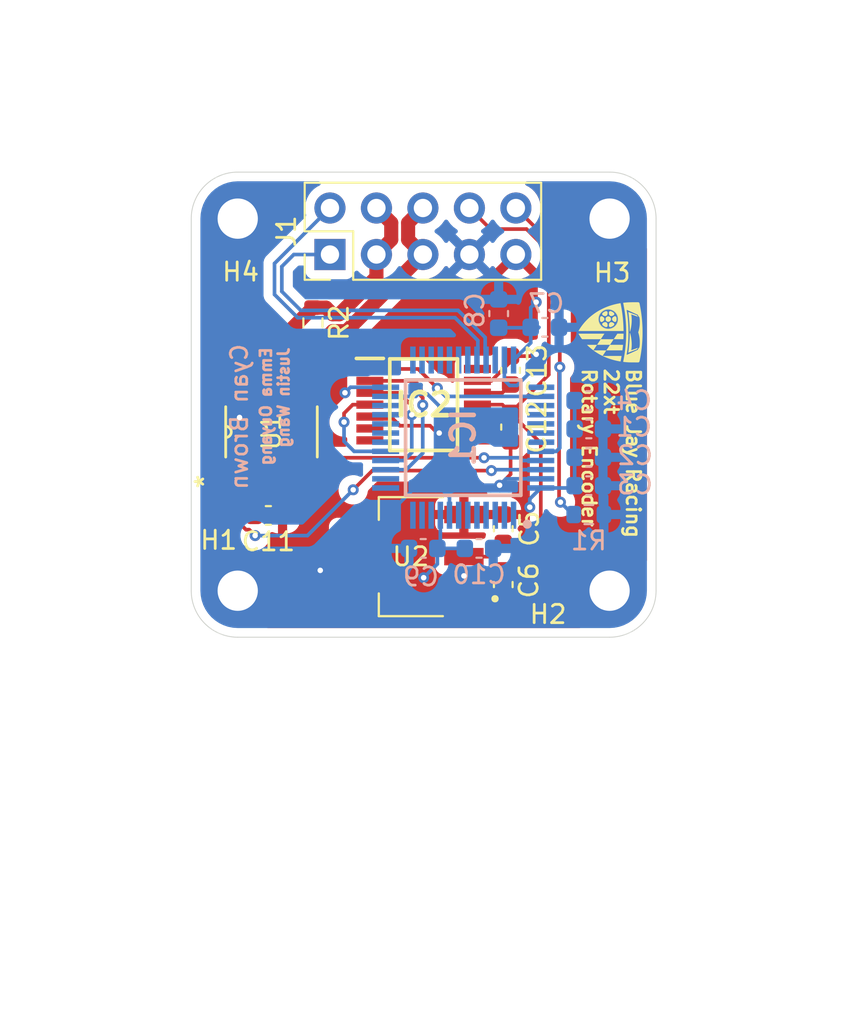
<source format=kicad_pcb>
(kicad_pcb (version 20241229) (generator "pcbnew") (generator_version "9.0")
  (layers (0 "F.Cu" signal) (2 "B.Cu" signal) (13 "F.Paste" user) (15 "B.Paste" user) (5 "F.SilkS" user "F.Silkscreen") (7 "B.SilkS" user "B.Silkscreen") (1 "F.Mask" user) (3 "B.Mask" user) (25 "Edge.Cuts" user))
  (net 0 "")
  (net 1 "GND")
  (net 2 "3v3")
  (net 3 "5v")
  (net 4 "Net-(IC2-VDD3V)")
  (net 7 "can_rx")
  (net 9 "!CS")
  (net 11 "SCLK")
  (net 19 "BOOT0")
  (net 30 "MISO")
  (net 37 "MOSI")
  (net 40 "can_tx")
  (net 49 "CAN-")
  (net 50 "CAN+")
  (net 52 "USB_D-")
  (net 53 "USB_D+")
  (footprint "Resistor_SMD:R_0603_1608Metric" (layer "F.Cu") (at 202.35 47.875 -90)
    (property "Reference" "R2" (at 0 -1.43 90) (layer "F.SilkS"))
    (property "Value" "60" (hide yes))
    (pad "1" smd roundrect (at -0.825 0 270) (size 0.8 0.95) (layers "F.Cu" "F.Mask" "F.Paste") (net 50 "CAN+"))
    (pad "2" smd roundrect (at 0.825 0 270) (size 0.8 0.95) (layers "F.Cu" "F.Mask" "F.Paste") (net 49 "CAN-"))
  )
  (footprint "can_encoder:AS5047P-ATSM" (layer "F.Cu") (at 208.4 52.35)
    (property "Reference" "IC2" (at 0 0 0) (layer "F.SilkS") (effects (font (size 1.27 1.27) (thickness 0.254))))
    (property "Value" "AS5047P-ATSM" (hide yes))
    (pad "1" smd rect (at -2.938 -1.95 90) (size 0.45 1.475) (layers "F.Cu" "F.Mask" "F.Paste") (net 9 "!CS"))
    (pad "2" smd rect (at -2.938 -1.3 90) (size 0.45 1.475) (layers "F.Cu" "F.Mask" "F.Paste") (net 11 "SCLK"))
    (pad "3" smd rect (at -2.938 -0.65 90) (size 0.45 1.475) (layers "F.Cu" "F.Mask" "F.Paste") (net 30 "MISO"))
    (pad "4" smd rect (at -2.938 0 90) (size 0.45 1.475) (layers "F.Cu" "F.Mask" "F.Paste") (net 37 "MOSI"))
    (pad "5" smd rect (at -2.938 0.65 90) (size 0.45 1.475) (layers "F.Cu" "F.Mask" "F.Paste") (net 1 "GND"))
    (pad "6" smd rect (at -2.938 1.3 90) (size 0.45 1.475) (layers "F.Cu" "F.Mask" "F.Paste"))
    (pad "7" smd rect (at -2.938 1.95 90) (size 0.45 1.475) (layers "F.Cu" "F.Mask" "F.Paste"))
    (pad "8" smd rect (at 2.938 1.95 90) (size 0.45 1.475) (layers "F.Cu" "F.Mask" "F.Paste"))
    (pad "9" smd rect (at 2.938 1.3 90) (size 0.45 1.475) (layers "F.Cu" "F.Mask" "F.Paste"))
    (pad "10" smd rect (at 2.938 0.65 90) (size 0.45 1.475) (layers "F.Cu" "F.Mask" "F.Paste"))
    (pad "11" smd rect (at 2.938 0 90) (size 0.45 1.475) (layers "F.Cu" "F.Mask" "F.Paste") (net 3 "5v"))
    (pad "12" smd rect (at 2.938 -0.65 90) (size 0.45 1.475) (layers "F.Cu" "F.Mask" "F.Paste") (net 4 "Net-(IC2-VDD3V)"))
    (pad "13" smd rect (at 2.938 -1.3 90) (size 0.45 1.475) (layers "F.Cu" "F.Mask" "F.Paste") (net 1 "GND"))
    (pad "14" smd rect (at 2.938 -1.95 90) (size 0.45 1.475) (layers "F.Cu" "F.Mask" "F.Paste"))
  )
  (footprint "Capacitor_SMD:C_0603_1608Metric" (layer "F.Cu") (at 212.75 62.175 90)
    (property "Reference" "C6" (at 0.225 1.4 90) (layer "F.SilkS"))
    (property "Value" "0.47uF" (hide yes))
    (pad "1" smd roundrect (at -0.775 0 90) (size 0.9 0.95) (layers "F.Cu" "F.Mask" "F.Paste") (net 3 "5v"))
    (pad "2" smd roundrect (at 0.775 0 90) (size 0.9 0.95) (layers "F.Cu" "F.Mask" "F.Paste") (net 1 "GND"))
  )
  (footprint "can_encoder:BJR_LOGO" (layer "F.Cu") (at 218.6 48.4 -90)
    (property "Reference" "G***" (hide yes))
    (property "Value" "BJR_LOGO" (hide yes))
  )
  (footprint "MountingHole:MountingHole_2.2mm_M2_DIN965_Pad" (layer "F.Cu") (at 218.56 42.19)
    (property "Reference" "H3" (at 0.14 2.96 0) (layer "F.SilkS"))
    (property "Value" "MountingHole_Pad")
    (pad "1" thru_hole circle (at 0 0) (size 3.8 3.8) (drill 2.2) (layers "*.Cu" "*.Mask") (net 1 "GND"))
  )
  (footprint "Connector_PinHeader_2.54mm:PinHeader_2x05_P2.54mm_Vertical" (layer "F.Cu") (at 203.28 44.15 90)
    (property "Reference" "J1" (at 1.27 -2.38 90) (layer "F.SilkS"))
    (property "Value" "Conn_02x05_Odd_Even")
    (pad "1" thru_hole rect (at 0 0 90) (size 1.7 1.7) (drill 1) (layers "*.Cu" "*.Mask") (net 53 "USB_D+"))
    (pad "2" thru_hole circle (at 2.54 0 90) (size 1.7 1.7) (drill 1) (layers "*.Cu" "*.Mask") (net 52 "USB_D-"))
    (pad "3" thru_hole circle (at 0 2.54 90) (size 1.7 1.7) (drill 1) (layers "*.Cu" "*.Mask") (net 50 "CAN+"))
    (pad "4" thru_hole circle (at 2.54 2.54 90) (size 1.7 1.7) (drill 1) (layers "*.Cu" "*.Mask") (net 50 "CAN+"))
    (pad "5" thru_hole circle (at 0 5.08 90) (size 1.7 1.7) (drill 1) (layers "*.Cu" "*.Mask") (net 49 "CAN-"))
    (pad "6" thru_hole circle (at 2.54 5.08 90) (size 1.7 1.7) (drill 1) (layers "*.Cu" "*.Mask") (net 49 "CAN-"))
    (pad "7" thru_hole circle (at 0 7.62 90) (size 1.7 1.7) (drill 1) (layers "*.Cu" "*.Mask") (net 1 "GND"))
    (pad "8" thru_hole circle (at 2.54 7.62 90) (size 1.7 1.7) (drill 1) (layers "*.Cu" "*.Mask") (net 3 "5v"))
    (pad "9" thru_hole circle (at 0 10.16 90) (size 1.7 1.7) (drill 1) (layers "*.Cu" "*.Mask") (net 2 "3v3"))
    (pad "10" thru_hole circle (at 2.54 10.16 90) (size 1.7 1.7) (drill 1) (layers "*.Cu" "*.Mask") (net 19 "BOOT0"))
  )
  (footprint "can_encoder:LM3940IMPX" (layer "F.Cu") (at 207.7 60.65 180)
    (property "Reference" "U2" (at 0 0 0) (layer "F.SilkS"))
    (property "Value" "LM3940IMPX-3.3_NOPB")
    (pad "1" smd rect (at -2.9 -2.3 180) (size 2.15 0.95) (layers "F.Cu" "F.Mask" "F.Paste") (net 3 "5v"))
    (pad "2" smd rect (at -2.9 0 180) (size 2.15 0.95) (layers "F.Cu" "F.Mask" "F.Paste") (net 1 "GND"))
    (pad "3" smd rect (at -2.9 2.3 180) (size 2.15 0.95) (layers "F.Cu" "F.Mask" "F.Paste") (net 2 "3v3"))
    (pad "4" smd rect (at 2.9 0 180) (size 2.15 3.25) (layers "F.Cu" "F.Mask" "F.Paste") (net 1 "GND"))
  )
  (footprint "can_encoder:SN65HVD230DR" (layer "F.Cu") (at 200.085 53.8362 90)
    (property "Reference" "U1" (at 0 0 90) (layer "F.SilkS"))
    (property "Value" "SN65HVD230DR")
    (fp_text user "*" (at -2.7138 -3.635 90) (layer "F.SilkS"))
    (pad "1" smd rect (at -2.4638 -1.905 90) (size 1.9812 0.5588) (layers "F.Cu" "F.Mask" "F.Paste") (net 40 "can_tx"))
    (pad "2" smd rect (at -2.4638 -0.635 90) (size 1.9812 0.5588) (layers "F.Cu" "F.Mask" "F.Paste") (net 1 "GND"))
    (pad "3" smd rect (at -2.4638 0.635 90) (size 1.9812 0.5588) (layers "F.Cu" "F.Mask" "F.Paste") (net 2 "3v3"))
    (pad "4" smd rect (at -2.4638 1.905 90) (size 1.9812 0.5588) (layers "F.Cu" "F.Mask" "F.Paste") (net 7 "can_rx"))
    (pad "5" smd rect (at 2.4638 1.905 90) (size 1.9812 0.5588) (layers "F.Cu" "F.Mask" "F.Paste"))
    (pad "6" smd rect (at 2.4638 0.635 90) (size 1.9812 0.5588) (layers "F.Cu" "F.Mask" "F.Paste") (net 49 "CAN-"))
    (pad "7" smd rect (at 2.4638 -0.635 90) (size 1.9812 0.5588) (layers "F.Cu" "F.Mask" "F.Paste") (net 50 "CAN+"))
    (pad "8" smd rect (at 2.4638 -1.905 90) (size 1.9812 0.5588) (layers "F.Cu" "F.Mask" "F.Paste") (net 1 "GND"))
  )
  (footprint "MountingHole:MountingHole_2.2mm_M2_DIN965_Pad" (layer "F.Cu") (at 198.24 42.19)
    (property "Reference" "H4" (at 0.16 2.91 0) (layer "F.SilkS"))
    (property "Value" "MountingHole_Pad")
    (pad "1" thru_hole circle (at 0 0) (size 3.8 3.8) (drill 2.2) (layers "*.Cu" "*.Mask") (net 1 "GND"))
  )
  (footprint "Capacitor_SMD:C_0603_1608Metric" (layer "F.Cu") (at 212.75 59.125 -90)
    (property "Reference" "C5" (at 0 -1.43 90) (layer "F.SilkS"))
    (property "Value" "33uF" (hide yes))
    (pad "1" smd roundrect (at -0.775 0 270) (size 0.9 0.95) (layers "F.Cu" "F.Mask" "F.Paste") (net 2 "3v3"))
    (pad "2" smd roundrect (at 0.775 0 270) (size 0.9 0.95) (layers "F.Cu" "F.Mask" "F.Paste") (net 1 "GND"))
  )
  (footprint "Capacitor_SMD:C_0603_1608Metric" (layer "F.Cu") (at 213.15 53.575 -90)
    (property "Reference" "C12" (at 0 -1.43 90) (layer "F.SilkS"))
    (property "Value" "100nF" (hide yes))
    (pad "1" smd roundrect (at -0.775 0 270) (size 0.9 0.95) (layers "F.Cu" "F.Mask" "F.Paste") (net 3 "5v"))
    (pad "2" smd roundrect (at 0.775 0 270) (size 0.9 0.95) (layers "F.Cu" "F.Mask" "F.Paste") (net 1 "GND"))
  )
  (footprint "Capacitor_SMD:C_0603_1608Metric" (layer "F.Cu") (at 213.15 50.475 90)
    (property "Reference" "C13" (at -0.025 1.45 90) (layer "F.SilkS"))
    (property "Value" "1uF" (hide yes))
    (pad "1" smd roundrect (at -0.775 0 90) (size 0.9 0.95) (layers "F.Cu" "F.Mask" "F.Paste") (net 4 "Net-(IC2-VDD3V)"))
    (pad "2" smd roundrect (at 0.775 0 90) (size 0.9 0.95) (layers "F.Cu" "F.Mask" "F.Paste") (net 1 "GND"))
  )
  (footprint "MountingHole:MountingHole_2.2mm_M2_DIN965_Pad" (layer "F.Cu") (at 218.56 62.51)
    (property "Reference" "H2" (at -3.36 1.29 0) (layer "F.SilkS"))
    (property "Value" "MountingHole_Pad")
    (pad "1" thru_hole circle (at 0 0) (size 3.8 3.8) (drill 2.2) (layers "*.Cu" "*.Mask") (net 1 "GND"))
  )
  (footprint "MountingHole:MountingHole_2.2mm_M2_DIN965_Pad" (layer "F.Cu") (at 198.24 62.51)
    (property "Reference" "H1" (at -1.04 -2.76 0) (layer "F.SilkS"))
    (property "Value" "MountingHole_Pad")
    (pad "1" thru_hole circle (at 0 0) (size 3.8 3.8) (drill 2.2) (layers "*.Cu" "*.Mask") (net 1 "GND"))
  )
  (footprint "Capacitor_SMD:C_0603_1608Metric" (layer "F.Cu") (at 199.915 58.4 180)
    (property "Reference" "C11" (at 0 -1.43 0) (layer "F.SilkS"))
    (property "Value" "100nF" (hide yes))
    (pad "1" smd roundrect (at -0.775 0 180) (size 0.9 0.95) (layers "F.Cu" "F.Mask" "F.Paste") (net 2 "3v3"))
    (pad "2" smd roundrect (at 0.775 0 180) (size 0.9 0.95) (layers "F.Cu" "F.Mask" "F.Paste") (net 1 "GND"))
  )
  (footprint "Capacitor_SMD:C_0603_1608Metric" (layer "B.Cu") (at 212.5 47.375 90)
    (property "Reference" "C8" (at 0.175 -1.3 90) (layer "B.SilkS") (effects (justify mirror)))
    (property "Value" "4.7uF" (hide yes))
    (pad "1" smd roundrect (at -0.775 0 90) (size 0.9 0.95) (layers "B.Cu" "B.Mask" "B.Paste") (net 2 "3v3"))
    (pad "2" smd roundrect (at 0.775 0 90) (size 0.9 0.95) (layers "B.Cu" "B.Mask" "B.Paste") (net 1 "GND"))
  )
  (footprint "Resistor_SMD:R_0603_1608Metric" (layer "B.Cu") (at 217.425 58.35)
    (property "Reference" "R1" (at 0 1.43 180) (layer "B.SilkS") (effects (justify mirror)))
    (property "Value" "10k" (hide yes))
    (pad "1" smd roundrect (at -0.825 0) (size 0.8 0.95) (layers "B.Cu" "B.Mask" "B.Paste") (net 19 "BOOT0"))
    (pad "2" smd roundrect (at 0.825 0) (size 0.8 0.95) (layers "B.Cu" "B.Mask" "B.Paste") (net 1 "GND"))
  )
  (footprint "Capacitor_SMD:C_0603_1608Metric" (layer "B.Cu") (at 217.425 52.125)
    (property "Reference" "C4" (at 2.475 0 180) (layer "B.SilkS") (effects (justify mirror)))
    (property "Value" "4.7uF")
    (pad "1" smd roundrect (at -0.775 0) (size 0.9 0.95) (layers "B.Cu" "B.Mask" "B.Paste") (net 2 "3v3"))
    (pad "2" smd roundrect (at 0.775 0) (size 0.9 0.95) (layers "B.Cu" "B.Mask" "B.Paste") (net 1 "GND"))
  )
  (footprint "Capacitor_SMD:C_0603_1608Metric" (layer "B.Cu") (at 211.425 60.2)
    (property "Reference" "C10" (at 0 1.43 180) (layer "B.SilkS") (effects (justify mirror)))
    (property "Value" "1uF" (hide yes))
    (pad "1" smd roundrect (at -0.775 0) (size 0.9 0.95) (layers "B.Cu" "B.Mask" "B.Paste") (net 2 "3v3"))
    (pad "2" smd roundrect (at 0.775 0) (size 0.9 0.95) (layers "B.Cu" "B.Mask" "B.Paste") (net 1 "GND"))
  )
  (footprint "Capacitor_SMD:C_0603_1608Metric" (layer "B.Cu") (at 217.425 53.675)
    (property "Reference" "C1" (at 2.475 -0.1 180) (layer "B.SilkS") (effects (justify mirror)))
    (property "Value" "100nF" (hide yes))
    (pad "1" smd roundrect (at -0.775 0) (size 0.9 0.95) (layers "B.Cu" "B.Mask" "B.Paste") (net 2 "3v3"))
    (pad "2" smd roundrect (at 0.775 0) (size 0.9 0.95) (layers "B.Cu" "B.Mask" "B.Paste") (net 1 "GND"))
  )
  (footprint "can_encoder:STM32F072CBT6" (layer "B.Cu") (at 210.562 54.15 90)
    (property "Reference" "IC1" (at 0 0 90) (layer "B.SilkS") (effects (font (size 1.27 1.27) (thickness 0.254)) (justify mirror)))
    (property "Value" "STM32F072CBT6" (hide yes))
    (pad "1" smd rect (at -4.238 2.75) (size 0.3 1.475) (layers "B.Cu" "B.Mask" "B.Paste"))
    (pad "2" smd rect (at -4.238 2.25) (size 0.3 1.475) (layers "B.Cu" "B.Mask" "B.Paste"))
    (pad "3" smd rect (at -4.238 1.75) (size 0.3 1.475) (layers "B.Cu" "B.Mask" "B.Paste"))
    (pad "4" smd rect (at -4.238 1.25) (size 0.3 1.475) (layers "B.Cu" "B.Mask" "B.Paste"))
    (pad "5" smd rect (at -4.238 0.75) (size 0.3 1.475) (layers "B.Cu" "B.Mask" "B.Paste"))
    (pad "6" smd rect (at -4.238 0.25) (size 0.3 1.475) (layers "B.Cu" "B.Mask" "B.Paste"))
    (pad "7" smd rect (at -4.238 -0.25) (size 0.3 1.475) (layers "B.Cu" "B.Mask" "B.Paste"))
    (pad "8" smd rect (at -4.238 -0.75) (size 0.3 1.475) (layers "B.Cu" "B.Mask" "B.Paste") (net 1 "GND"))
    (pad "9" smd rect (at -4.238 -1.25) (size 0.3 1.475) (layers "B.Cu" "B.Mask" "B.Paste") (net 2 "3v3"))
    (pad "10" smd rect (at -4.238 -1.75) (size 0.3 1.475) (layers "B.Cu" "B.Mask" "B.Paste"))
    (pad "11" smd rect (at -4.238 -2.25) (size 0.3 1.475) (layers "B.Cu" "B.Mask" "B.Paste"))
    (pad "12" smd rect (at -4.238 -2.75) (size 0.3 1.475) (layers "B.Cu" "B.Mask" "B.Paste"))
    (pad "13" smd rect (at -2.75 -4.238 90) (size 0.3 1.475) (layers "B.Cu" "B.Mask" "B.Paste"))
    (pad "14" smd rect (at -2.25 -4.238 90) (size 0.3 1.475) (layers "B.Cu" "B.Mask" "B.Paste"))
    (pad "15" smd rect (at -1.75 -4.238 90) (size 0.3 1.475) (layers "B.Cu" "B.Mask" "B.Paste") (net 11 "SCLK"))
    (pad "16" smd rect (at -1.25 -4.238 90) (size 0.3 1.475) (layers "B.Cu" "B.Mask" "B.Paste") (net 30 "MISO"))
    (pad "17" smd rect (at -0.75 -4.238 90) (size 0.3 1.475) (layers "B.Cu" "B.Mask" "B.Paste") (net 37 "MOSI"))
    (pad "18" smd rect (at -0.25 -4.238 90) (size 0.3 1.475) (layers "B.Cu" "B.Mask" "B.Paste"))
    (pad "19" smd rect (at 0.25 -4.238 90) (size 0.3 1.475) (layers "B.Cu" "B.Mask" "B.Paste"))
    (pad "20" smd rect (at 0.75 -4.238 90) (size 0.3 1.475) (layers "B.Cu" "B.Mask" "B.Paste"))
    (pad "21" smd rect (at 1.25 -4.238 90) (size 0.3 1.475) (layers "B.Cu" "B.Mask" "B.Paste"))
    (pad "22" smd rect (at 1.75 -4.238 90) (size 0.3 1.475) (layers "B.Cu" "B.Mask" "B.Paste"))
    (pad "23" smd rect (at 2.25 -4.238 90) (size 0.3 1.475) (layers "B.Cu" "B.Mask" "B.Paste") (net 1 "GND"))
    (pad "24" smd rect (at 2.75 -4.238 90) (size 0.3 1.475) (layers "B.Cu" "B.Mask" "B.Paste") (net 2 "3v3"))
    (pad "25" smd rect (at 4.238 -2.75) (size 0.3 1.475) (layers "B.Cu" "B.Mask" "B.Paste"))
    (pad "26" smd rect (at 4.238 -2.25) (size 0.3 1.475) (layers "B.Cu" "B.Mask" "B.Paste"))
    (pad "27" smd rect (at 4.238 -1.75) (size 0.3 1.475) (layers "B.Cu" "B.Mask" "B.Paste"))
    (pad "28" smd rect (at 4.238 -1.25) (size 0.3 1.475) (layers "B.Cu" "B.Mask" "B.Paste"))
    (pad "29" smd rect (at 4.238 -0.75) (size 0.3 1.475) (layers "B.Cu" "B.Mask" "B.Paste"))
    (pad "30" smd rect (at 4.238 -0.25) (size 0.3 1.475) (layers "B.Cu" "B.Mask" "B.Paste"))
    (pad "31" smd rect (at 4.238 0.25) (size 0.3 1.475) (layers "B.Cu" "B.Mask" "B.Paste"))
    (pad "32" smd rect (at 4.238 0.75) (size 0.3 1.475) (layers "B.Cu" "B.Mask" "B.Paste") (net 52 "USB_D-"))
    (pad "33" smd rect (at 4.238 1.25) (size 0.3 1.475) (layers "B.Cu" "B.Mask" "B.Paste") (net 53 "USB_D+"))
    (pad "34" smd rect (at 4.238 1.75) (size 0.3 1.475) (layers "B.Cu" "B.Mask" "B.Paste"))
    (pad "35" smd rect (at 4.238 2.25) (size 0.3 1.475) (layers "B.Cu" "B.Mask" "B.Paste") (net 1 "GND"))
    (pad "36" smd rect (at 4.238 2.75) (size 0.3 1.475) (layers "B.Cu" "B.Mask" "B.Paste") (net 2 "3v3"))
    (pad "37" smd rect (at 2.75 4.238 90) (size 0.3 1.475) (layers "B.Cu" "B.Mask" "B.Paste"))
    (pad "38" smd rect (at 2.25 4.238 90) (size 0.3 1.475) (layers "B.Cu" "B.Mask" "B.Paste") (net 9 "!CS"))
    (pad "39" smd rect (at 1.75 4.238 90) (size 0.3 1.475) (layers "B.Cu" "B.Mask" "B.Paste"))
    (pad "40" smd rect (at 1.25 4.238 90) (size 0.3 1.475) (layers "B.Cu" "B.Mask" "B.Paste"))
    (pad "41" smd rect (at 0.75 4.238 90) (size 0.3 1.475) (layers "B.Cu" "B.Mask" "B.Paste"))
    (pad "42" smd rect (at 0.25 4.238 90) (size 0.3 1.475) (layers "B.Cu" "B.Mask" "B.Paste"))
    (pad "43" smd rect (at -0.25 4.238 90) (size 0.3 1.475) (layers "B.Cu" "B.Mask" "B.Paste"))
    (pad "44" smd rect (at -0.75 4.238 90) (size 0.3 1.475) (layers "B.Cu" "B.Mask" "B.Paste") (net 19 "BOOT0"))
    (pad "45" smd rect (at -1.25 4.238 90) (size 0.3 1.475) (layers "B.Cu" "B.Mask" "B.Paste") (net 7 "can_rx"))
    (pad "46" smd rect (at -1.75 4.238 90) (size 0.3 1.475) (layers "B.Cu" "B.Mask" "B.Paste") (net 40 "can_tx"))
    (pad "47" smd rect (at -2.25 4.238 90) (size 0.3 1.475) (layers "B.Cu" "B.Mask" "B.Paste") (net 1 "GND"))
    (pad "48" smd rect (at -2.75 4.238 90) (size 0.3 1.475) (layers "B.Cu" "B.Mask" "B.Paste") (net 2 "3v3"))
  )
  (footprint "Capacitor_SMD:C_0603_1608Metric" (layer "B.Cu") (at 208.375 60.2 180)
    (property "Reference" "C9" (at 0.125 -1.55 0) (layer "B.SilkS") (effects (justify mirror)))
    (property "Value" "10nF" (hide yes))
    (pad "1" smd roundrect (at -0.775 0 180) (size 0.9 0.95) (layers "B.Cu" "B.Mask" "B.Paste") (net 2 "3v3"))
    (pad "2" smd roundrect (at 0.775 0 180) (size 0.9 0.95) (layers "B.Cu" "B.Mask" "B.Paste") (net 1 "GND"))
  )
  (footprint "Capacitor_SMD:C_0603_1608Metric" (layer "B.Cu") (at 217.425 56.775)
    (property "Reference" "C3" (at 2.525 -0.05 180) (layer "B.SilkS") (effects (justify mirror)))
    (property "Value" "100nF" (hide yes))
    (pad "1" smd roundrect (at -0.775 0) (size 0.9 0.95) (layers "B.Cu" "B.Mask" "B.Paste") (net 2 "3v3"))
    (pad "2" smd roundrect (at 0.775 0) (size 0.9 0.95) (layers "B.Cu" "B.Mask" "B.Paste") (net 1 "GND"))
  )
  (footprint "Capacitor_SMD:C_0603_1608Metric" (layer "B.Cu") (at 215.025 48.125)
    (property "Reference" "C7" (at 0.075 -1.3 180) (layer "B.SilkS") (effects (justify mirror)))
    (property "Value" "100nF" (hide yes))
    (pad "1" smd roundrect (at -0.775 0) (size 0.9 0.95) (layers "B.Cu" "B.Mask" "B.Paste") (net 2 "3v3"))
    (pad "2" smd roundrect (at 0.775 0) (size 0.9 0.95) (layers "B.Cu" "B.Mask" "B.Paste") (net 1 "GND"))
  )
  (footprint "Capacitor_SMD:C_0603_1608Metric" (layer "B.Cu") (at 217.425 55.225)
    (property "Reference" "C2" (at 2.525 -0.1 180) (layer "B.SilkS") (effects (justify mirror)))
    (property "Value" "100nF" (hide yes))
    (pad "1" smd roundrect (at -0.775 0) (size 0.9 0.95) (layers "B.Cu" "B.Mask" "B.Paste") (net 2 "3v3"))
    (pad "2" smd roundrect (at 0.775 0) (size 0.9 0.95) (layers "B.Cu" "B.Mask" "B.Paste") (net 1 "GND"))
  )
  (gr_arc (start 195.7 42.19) (mid 196.443949 40.393949) (end 198.24 39.65) (stroke (width 0.05)) (layer "Edge.Cuts"))
  (gr_line (start 221.1 42.19) (end 221.1 62.51) (stroke (width 0.05)) (layer "Edge.Cuts"))
  (gr_arc (start 221.1 62.51) (mid 220.356051 64.306051) (end 218.56 65.05) (stroke (width 0.05)) (layer "Edge.Cuts"))
  (gr_arc (start 218.56 39.65) (mid 220.356051 40.393949) (end 221.1 42.19) (stroke (width 0.05)) (layer "Edge.Cuts"))
  (gr_line (start 195.7 42.19) (end 195.7 62.51) (stroke (width 0.05)) (layer "Edge.Cuts"))
  (gr_line (start 198.24 65.05) (end 218.56 65.05) (stroke (width 0.05)) (layer "Edge.Cuts"))
  (gr_arc (start 198.24 65.05) (mid 196.443949 64.306051) (end 195.7 62.51) (stroke (width 0.05)) (layer "Edge.Cuts"))
  (gr_line (start 198.24 39.65) (end 218.56 39.65) (stroke (width 0.05)) (layer "Edge.Cuts"))
  (gr_text "Blue Jay Racing\n22xt\nRotary Encoder" (at 217 50.3 270) (layer "F.SilkS") (effects (font (size 0.75 0.75) (thickness 0.15) (bold yes)) (justify left bottom)))
  (gr_text "Cyan Brown" (at 198.85 48.95 90) (layer "B.SilkS") (effects (font (size 0.9 0.9) (thickness 0.15) (bold yes)) (justify left bottom mirror)))
  (gr_text "Emma Ouyang\nJustin Wang" (at 201.1 49.15 90) (layer "B.SilkS") (effects (font (size 0.6 0.6) (thickness 0.15) (bold yes)) (justify left bottom mirror)))
  (segment (start 205.462 53) (end 205.586 53.124) (width 0.2) (layer "F.Cu") (net 1))
  (segment (start 214.25 49.7) (end 213.15 49.7) (width 0.2) (layer "F.Cu") (net 1))
  (segment (start 207.1 53.5) (end 208.75 53.5) (width 0.2) (layer "F.Cu") (net 1))
  (segment (start 203.5 60.65) (end 202.75 61.4) (width 0.2) (layer "F.Cu") (net 1))
  (segment (start 213.15 50) (end 213.15 49.7) (width 0.2) (layer "F.Cu") (net 1))
  (segment (start 210.6 60.65) (end 210.6 61.7) (width 0.2) (layer "F.Cu") (net 1))
  (segment (start 212.1 51.05) (end 213.15 50) (width 0.2) (layer "F.Cu") (net 1))
  (segment (start 208.75 53.5) (end 209.15 53.9) (width 0.2) (layer "F.Cu") (net 1))
  (segment (start 198.18 51.3724) (end 198.18 52.89) (width 0.2) (layer "F.Cu") (net 1))
  (segment (start 212.55 56.75) (end 213.15 56.15) (width 0.2) (layer "F.Cu") (net 1))
  (segment (start 213.15 56.15) (end 213.15 54.35) (width 0.2) (layer "F.Cu") (net 1))
  (segment (start 214.35 49.6) (end 214.25 49.7) (width 0.2) (layer "F.Cu") (net 1))
  (segment (start 204.8 60.65) (end 203.5 60.65) (width 0.2) (layer "F.Cu") (net 1))
  (segment (start 212 60.65) (end 212.75 61.4) (width 0.2) (layer "F.Cu") (net 1))
  (segment (start 209.15 53.9) (end 209.25 53.9) (width 0.2) (layer "F.Cu") (net 1))
  (segment (start 214.55 49.6) (end 214.35 49.6) (width 0.2) (layer "F.Cu") (net 1))
  (segment (start 212 60.65) (end 212.75 59.9) (width 0.2) (layer "F.Cu") (net 1))
  (segment (start 210.6 60.65) (end 212 60.65) (width 0.2) (layer "F.Cu") (net 1))
  (segment (start 199.45 56.3) (end 199.45 54.16) (width 0.2) (layer "F.Cu") (net 1))
  (segment (start 199.14 58.4) (end 199.14 56.61) (width 0.2) (layer "F.Cu") (net 1))
  (segment (start 205.586 53.124) (end 206.724 53.124) (width 0.2) (layer "F.Cu") (net 1))
  (segment (start 199.45 54.16) (end 198.34 53.05) (width 0.2) (layer "F.Cu") (net 1))
  (segment (start 211.338 51.05) (end 212.1 51.05) (width 0.2) (layer "F.Cu") (net 1))
  (segment (start 206.724 53.124) (end 207.1 53.5) (width 0.2) (layer "F.Cu") (net 1))
  (segment (start 199.14 56.61) (end 199.45 56.3) (width 0.2) (layer "F.Cu") (net 1))
  (segment (start 198.18 52.89) (end 198.34 53.05) (width 0.2) (layer "F.Cu") (net 1))
  (via (at 209.25 53.9) (size 0.6) (drill 0.3) (layers "F.Cu" "B.Cu") (net 1))
  (via (at 198.34 53.05) (size 0.6) (drill 0.3) (layers "F.Cu" "B.Cu") (net 1))
  (via (at 214.55 49.6) (size 0.6) (drill 0.3) (layers "F.Cu" "B.Cu") (net 1))
  (via (at 210.6 61.7) (size 0.6) (drill 0.3) (layers "F.Cu" "B.Cu") (net 1))
  (via (at 202.75 61.4) (size 0.6) (drill 0.3) (layers "F.Cu" "B.Cu") (net 1))
  (via (at 212.55 56.75) (size 0.6) (drill 0.3) (layers "F.Cu" "B.Cu") (net 1))
  (segment (start 207.971357 51.9) (end 208.10127 51.770087) (width 0.2) (layer "B.Cu") (net 1))
  (segment (start 209.812 58.388) (end 209.812 57.3985) (width 0.2) (layer "B.Cu") (net 1))
  (segment (start 208.1 56.7) (end 206.6 58.2) (width 0.2) (layer "B.Cu") (net 1))
  (segment (start 213.1 51.3) (end 213.5 51.3) (width 0.2) (layer "B.Cu") (net 1))
  (segment (start 212.812 49.912) (end 212.812 51.012) (width 0.2) (layer "B.Cu") (net 1))
  (segment (start 209.25 52.420931) (end 209.25 53.9) (width 0.2) (layer "B.Cu") (net 1))
  (segment (start 208.10127 51.770087) (end 208.599156 51.770087) (width 0.2) (layer "B.Cu") (net 1))
  (segment (start 212.9 56.4) (end 212.55 56.75) (width 0.2) (layer "B.Cu") (net 1))
  (segment (start 204.35 58.2) (end 202.75 59.8) (width 0.2) (layer "B.Cu") (net 1))
  (segment (start 214.8 56.4) (end 212.9 56.4) (width 0.2) (layer "B.Cu") (net 1))
  (segment (start 212.55 56.75) (end 209.1635 56.75) (width 0.2) (layer "B.Cu") (net 1))
  (segment (start 206.324 51.9) (end 207.971357 51.9) (width 0.2) (layer "B.Cu") (net 1))
  (segment (start 206.6 58.2) (end 204.35 58.2) (width 0.2) (layer "B.Cu") (net 1))
  (segment (start 202.75 59.8) (end 202.75 61.4) (width 0.2) (layer "B.Cu") (net 1))
  (segment (start 214.55 50.25) (end 214.55 49.6) (width 0.2) (layer "B.Cu") (net 1))
  (segment (start 213.5 51.3) (end 214.55 50.25) (width 0.2) (layer "B.Cu") (net 1))
  (segment (start 209.25 53.9) (end 209.25 56.5635) (width 0.2) (layer "B.Cu") (net 1))
  (segment (start 209.812 57.3985) (end 209.1635 56.75) (width 0.2) (layer "B.Cu") (net 1))
  (segment (start 209.1635 56.75) (end 209.1135 56.7) (width 0.2) (layer "B.Cu") (net 1))
  (segment (start 212.812 51.012) (end 213.1 51.3) (width 0.2) (layer "B.Cu") (net 1))
  (segment (start 209.25 56.5635) (end 209.1135 56.7) (width 0.2) (layer "B.Cu") (net 1))
  (segment (start 209.1135 56.7) (end 208.1 56.7) (width 0.2) (layer "B.Cu") (net 1))
  (segment (start 208.599156 51.770087) (end 209.25 52.420931) (width 0.2) (layer "B.Cu") (net 1))
  (segment (start 200.72 56.3) (end 200.72 58.37) (width 0.2) (layer "F.Cu") (net 2))
  (via (at 208.4 61.8) (size 0.6) (drill 0.3) (layers "F.Cu" "B.Cu") (net 2))
  (via (at 204.1 51.7) (size 0.6) (drill 0.3) (layers "F.Cu" "B.Cu") (net 2))
  (via (at 214.55 46.75) (size 0.6) (drill 0.3) (layers "F.Cu" "B.Cu") (net 2))
  (via (at 214.2 57.95) (size 0.6) (drill 0.3) (layers "F.Cu" "B.Cu") (net 2))
  (segment (start 214.25 48.125) (end 214.25 48.974) (width 0.2) (layer "B.Cu") (net 2))
  (segment (start 216.525 56.9) (end 216.65 56.775) (width 0.2) (layer "B.Cu") (net 2))
  (segment (start 214.2 57.5) (end 214.8 56.9) (width 0.2) (layer "B.Cu") (net 2))
  (segment (start 214.25 48.125) (end 214.25 47.05) (width 0.2) (layer "B.Cu") (net 2))
  (segment (start 206.324 51.4) (end 204.4 51.4) (width 0.2) (layer "B.Cu") (net 2))
  (segment (start 216.65 52.125) (end 216.65 56.775) (width 0.2) (layer "B.Cu") (net 2))
  (segment (start 209.312 60.038) (end 209.15 60.2) (width 0.2) (layer "B.Cu") (net 2))
  (segment (start 214.8 56.9) (end 216.525 56.9) (width 0.2) (layer "B.Cu") (net 2))
  (segment (start 214.2 57.95) (end 214.2 57.5) (width 0.2) (layer "B.Cu") (net 2))
  (segment (start 204.4 51.4) (end 204.1 51.7) (width 0.2) (layer "B.Cu") (net 2))
  (segment (start 209.15 61.05) (end 208.4 61.8) (width 0.2) (layer "B.Cu") (net 2))
  (segment (start 212.5 48.15) (end 214.225 48.15) (width 0.2) (layer "B.Cu") (net 2))
  (segment (start 214.25 47.05) (end 214.55 46.75) (width 0.2) (layer "B.Cu") (net 2))
  (segment (start 214.25 48.974) (end 213.312 49.912) (width 0.2) (layer "B.Cu") (net 2))
  (segment (start 214.55 48.275) (end 214.7 48.125) (width 0.2) (layer "B.Cu") (net 2))
  (segment (start 210.65 60.2) (end 209.15 60.2) (width 0.2) (layer "B.Cu") (net 2))
  (segment (start 209.312 58.388) (end 209.312 60.038) (width 0.2) (layer "B.Cu") (net 2))
  (segment (start 209.15 60.2) (end 209.15 61.05) (width 0.2) (layer "B.Cu") (net 2))
  (segment (start 214.225 48.15) (end 214.25 48.125) (width 0.2) (layer "B.Cu") (net 2))
  (segment (start 215.25645 43.99355) (end 215.2375 44.0125) (width 0.2) (layer "F.Cu") (net 3))
  (segment (start 213.15 52.8) (end 214.801 54.451) (width 0.2) (layer "F.Cu") (net 3))
  (segment (start 214.801 60.899) (end 212.75 62.95) (width 0.2) (layer "F.Cu") (net 3))
  (segment (start 215.2375 50.7125) (end 213.15 52.8) (width 0.2) (layer "F.Cu") (net 3))
  (segment (start 215.2375 44.0125) (end 215.2375 50.7125) (width 0.2) (layer "F.Cu") (net 3))
  (segment (start 210.6 62.95) (end 212.75 62.95) (width 0.2) (layer "F.Cu") (net 3))
  (segment (start 214.0239 42.761) (end 215.25645 43.99355) (width 0.2) (layer "F.Cu") (net 3))
  (segment (start 213.15 52.8) (end 212.7 52.35) (width 0.2) (layer "F.Cu") (net 3))
  (segment (start 212.7 52.35) (end 211.338 52.35) (width 0.2) (layer "F.Cu") (net 3))
  (segment (start 214.801 54.451) (end 214.801 60.899) (width 0.2) (layer "F.Cu") (net 3))
  (segment (start 210.9 41.61) (end 212.051 42.761) (width 0.2) (layer "F.Cu") (net 3))
  (segment (start 212.051 42.761) (end 214.0239 42.761) (width 0.2) (layer "F.Cu") (net 3))
  (segment (start 212.7 51.7) (end 211.338 51.7) (width 0.2) (layer "F.Cu") (net 4))
  (segment (start 213.15 51.25) (end 212.7 51.7) (width 0.2) (layer "F.Cu") (net 4))
  (segment (start 201.99 56.3) (end 202.25 56.3) (width 0.2) (layer "F.Cu") (net 7))
  (segment (start 203.3 55.25) (end 211.7 55.25) (width 0.2) (layer "F.Cu") (net 7))
  (segment (start 202.25 56.3) (end 203.3 55.25) (width 0.2) (layer "F.Cu") (net 7))
  (via (at 211.7 55.25) (size 0.6) (drill 0.3) (layers "F.Cu" "B.Cu") (net 7))
  (segment (start 213.6605 55.25) (end 213.8105 55.4) (width 0.2) (layer "B.Cu") (net 7))
  (segment (start 213.8105 55.4) (end 214.8 55.4) (width 0.2) (layer "B.Cu") (net 7))
  (segment (start 211.7 55.25) (end 213.6605 55.25) (width 0.2) (layer "B.Cu") (net 7))
  (segment (start 208.099 50.4) (end 209.149 51.45) (width 0.2) (layer "F.Cu") (net 9))
  (segment (start 205.462 50.4) (end 208.099 50.4) (width 0.2) (layer "F.Cu") (net 9))
  (via (at 209.149 51.45) (size 0.6) (drill 0.3) (layers "F.Cu" "B.Cu") (net 9))
  (segment (start 209.149 51.45) (end 209.599 51.9) (width 0.2) (layer "B.Cu") (net 9))
  (segment (start 209.599 51.9) (end 214.8 51.9) (width 0.2) (layer "B.Cu") (net 9))
  (segment (start 207.9 51.05) (end 205.462 51.05) (width 0.2) (layer "F.Cu") (net 11))
  (segment (start 208.249765 51.871723) (end 208.249765 51.399765) (width 0.2) (layer "F.Cu") (net 11))
  (segment (start 208.249765 51.399765) (end 207.9 51.05) (width 0.2) (layer "F.Cu") (net 11))
  (segment (start 208.350213 51.972171) (end 208.249765 51.871723) (width 0.2) (layer "F.Cu") (net 11))
  (segment (start 208.350213 52.371087) (end 208.350213 51.972171) (width 0.2) (layer "F.Cu") (net 11))
  (via (at 208.350213 52.371087) (size 0.6) (drill 0.3) (layers "F.Cu" "B.Cu") (net 11))
  (segment (start 208.35 55) (end 207.45 55.9) (width 0.2) (layer "B.Cu") (net 11))
  (segment (start 207.45 55.9) (end 206.324 55.9) (width 0.2) (layer "B.Cu") (net 11))
  (segment (start 208.35 52.3713) (end 208.35 55) (width 0.2) (layer "B.Cu") (net 11))
  (segment (start 208.350213 52.371087) (end 208.35 52.3713) (width 0.2) (layer "B.Cu") (net 11))
  (segment (start 215.8 50.3385) (end 215.8385 50.3) (width 0.2) (layer "F.Cu") (net 19))
  (segment (start 215.8385 50.3) (end 215.8385 44.0085) (width 0.2) (layer "F.Cu") (net 19))
  (segment (start 215.8 57.6) (end 215.8 50.3385) (width 0.2) (layer "F.Cu") (net 19))
  (segment (start 215.8385 44.0085) (end 213.44 41.61) (width 0.2) (layer "F.Cu") (net 19))
  (segment (start 215.875 57.675) (end 215.8 57.6) (width 0.2) (layer "F.Cu") (net 19))
  (via (at 215.8385 50.3) (size 0.6) (drill 0.3) (layers "F.Cu" "B.Cu") (net 19))
  (via (at 215.875 57.675) (size 0.6) (drill 0.3) (layers "F.Cu" "B.Cu") (net 19))
  (segment (start 215.875 57.675) (end 216.55 58.35) (width 0.2) (layer "B.Cu") (net 19))
  (segment (start 215.8385 54.7115) (end 215.65 54.9) (width 0.2) (layer "B.Cu") (net 19))
  (segment (start 215.8385 50.3) (end 215.8385 54.7115) (width 0.2) (layer "B.Cu") (net 19))
  (segment (start 216.55 58.35) (end 216.6 58.35) (width 0.2) (layer "B.Cu") (net 19))
  (segment (start 215.65 54.9) (end 214.8 54.9) (width 0.2) (layer "B.Cu") (net 19))
  (segment (start 207.75 52.4) (end 207.05 51.7) (width 0.2) (layer "F.Cu") (net 30))
  (segment (start 207.05 51.7) (end 205.462 51.7) (width 0.2) (layer "F.Cu") (net 30))
  (segment (start 207.75 52.9) (end 207.75 52.4) (width 0.2) (layer "F.Cu") (net 30))
  (via (at 207.75 52.9) (size 0.6) (drill 0.3) (layers "F.Cu" "B.Cu") (net 30))
  (segment (start 207.75 54.9635) (end 207.3135 55.4) (width 0.2) (layer "B.Cu") (net 30))
  (segment (start 207.75 52.9) (end 207.75 54.9635) (width 0.2) (layer "B.Cu") (net 30))
  (segment (start 207.3135 55.4) (end 206.324 55.4) (width 0.2) (layer "B.Cu") (net 30))
  (segment (start 204.05 52.8245) (end 204.5245 52.35) (width 0.2) (layer "F.Cu") (net 37))
  (segment (start 204.05 53.3) (end 204.05 52.8245) (width 0.2) (layer "F.Cu") (net 37))
  (segment (start 204.5245 52.35) (end 205.462 52.35) (width 0.2) (layer "F.Cu") (net 37))
  (via (at 204.05 53.3) (size 0.6) (drill 0.3) (layers "F.Cu" "B.Cu") (net 37))
  (segment (start 204.05 53.3) (end 204.05 54.35) (width 0.2) (layer "B.Cu") (net 37))
  (segment (start 204.05 54.35) (end 204.6 54.9) (width 0.2) (layer "B.Cu") (net 37))
  (segment (start 204.6 54.9) (end 206.324 54.9) (width 0.2) (layer "B.Cu") (net 37))
  (segment (start 204.55 57) (end 205.6 55.95) (width 0.2) (layer "F.Cu") (net 40))
  (segment (start 198.69089 59.176) (end 198.866 59.176) (width 0.2) (layer "F.Cu") (net 40))
  (segment (start 198.18 58.66511) (end 198.69089 59.176) (width 0.2) (layer "F.Cu") (net 40))
  (segment (start 198.866 59.176) (end 199.19 59.5) (width 0.2) (layer "F.Cu") (net 40))
  (segment (start 205.6 55.95) (end 212.1 55.95) (width 0.2) (layer "F.Cu") (net 40))
  (segment (start 198.18 56.3) (end 198.18 58.66511) (width 0.2) (layer "F.Cu") (net 40))
  (via (at 199.19 59.5) (size 0.6) (drill 0.3) (layers "F.Cu" "B.Cu") (net 40))
  (via (at 212.1 55.95) (size 0.6) (drill 0.3) (layers "F.Cu" "B.Cu") (net 40))
  (via (at 204.55 57) (size 0.6) (drill 0.3) (layers "F.Cu" "B.Cu") (net 40))
  (segment (start 202.05 59.5) (end 204.55 57) (width 0.2) (layer "B.Cu") (net 40))
  (segment (start 199.19 59.5) (end 202.05 59.5) (width 0.2) (layer "B.Cu") (net 40))
  (segment (start 212.15 55.9) (end 214.8 55.9) (width 0.2) (layer "B.Cu") (net 40))
  (segment (start 212.1 55.95) (end 212.15 55.9) (width 0.2) (layer "B.Cu") (net 40))
  (segment (start 207.5512 42.4188) (end 207.5512 43.3412) (width 0.77) (layer "F.Cu") (net 49))
  (segment (start 202.35 48.7) (end 202.004471 48.7) (width 0.77) (layer "F.Cu") (net 49))
  (segment (start 200.72 50.6612) (end 200.72 51.3724) (width 0.77) (layer "F.Cu") (net 49))
  (segment (start 202.004471 48.7) (end 200.5462 50.158271) (width 0.77) (layer "F.Cu") (net 49))
  (segment (start 203.426301 48.3362) (end 203.062501 48.7) (width 0.77) (layer "F.Cu") (net 49))
  (segment (start 200.5462 50.4874) (end 200.72 50.6612) (width 0.77) (layer "F.Cu") (net 49))
  (segment (start 200.5462 50.158271) (end 200.5462 50.4874) (width 0.77) (layer "F.Cu") (net 49))
  (segment (start 204.1738 48.3362) (end 203.426301 48.3362) (width 0.77) (layer "F.Cu") (net 49))
  (segment (start 207.5512 43.3412) (end 208.36 44.15) (width 0.77) (layer "F.Cu") (net 49))
  (segment (start 203.062501 48.7) (end 202.35 48.7) (width 0.77) (layer "F.Cu") (net 49))
  (segment (start 208.36 44.15) (end 204.1738 48.3362) (width 0.77) (layer "F.Cu") (net 49))
  (segment (start 208.36 41.61) (end 207.5512 42.4188) (width 0.77) (layer "F.Cu") (net 49))
  (segment (start 199.6238 50.4874) (end 199.45 50.6612) (width 0.77) (layer "F.Cu") (net 50))
  (segment (start 203.426301 47.4138) (end 203.062501 47.05) (width 0.77) (layer "F.Cu") (net 50))
  (segment (start 203.791729 47.4138) (end 203.426301 47.4138) (width 0.77) (layer "F.Cu") (net 50))
  (segment (start 205.82 45.385529) (end 203.791729 47.4138) (width 0.77) (layer "F.Cu") (net 50))
  (segment (start 203.062501 47.05) (end 202.35 47.05) (width 0.77) (layer "F.Cu") (net 50))
  (segment (start 206.6288 43.3412) (end 205.82 44.15) (width 0.77) (layer "F.Cu") (net 50))
  (segment (start 205.82 44.15) (end 205.82 45.385529) (width 0.77) (layer "F.Cu") (net 50))
  (segment (start 199.6238 49.7762) (end 199.6238 50.4874) (width 0.77) (layer "F.Cu") (net 50))
  (segment (start 205.82 41.61) (end 206.6288 42.4188) (width 0.77) (layer "F.Cu") (net 50))
  (segment (start 202.35 47.05) (end 199.6238 49.7762) (width 0.77) (layer "F.Cu") (net 50))
  (segment (start 199.45 50.6612) (end 199.45 51.3724) (width 0.77) (layer "F.Cu") (net 50))
  (segment (start 206.6288 42.4188) (end 206.6288 43.3412) (width 0.77) (layer "F.Cu") (net 50))
  (segment (start 200.25 46.332844) (end 201.517156 47.6) (width 0.2) (layer "B.Cu") (net 52))
  (segment (start 201.517156 47.6) (end 210.117156 47.6) (width 0.2) (layer "B.Cu") (net 52))
  (segment (start 211.362 48.844844) (end 211.362 49.2745) (width 0.2) (layer "B.Cu") (net 52))
  (segment (start 211.362 49.2745) (end 211.312 49.3245) (width 0.2) (layer "B.Cu") (net 52))
  (segment (start 210.117156 47.6) (end 211.362 48.844844) (width 0.2) (layer "B.Cu") (net 52))
  (segment (start 211.312 49.3245) (end 211.312 49.912) (width 0.2) (layer "B.Cu") (net 52))
  (segment (start 200.25 44.64) (end 200.25 46.332844) (width 0.2) (layer "B.Cu") (net 52))
  (segment (start 203.28 41.61) (end 200.25 44.64) (width 0.2) (layer "B.Cu") (net 52))
  (segment (start 211.762 49.2745) (end 211.812 49.3245) (width 0.2) (layer "B.Cu") (net 53))
  (segment (start 203.28 44.15) (end 201.305686 44.15) (width 0.2) (layer "B.Cu") (net 53))
  (segment (start 210.282844 47.2) (end 211.762 48.679156) (width 0.2) (layer "B.Cu") (net 53))
  (segment (start 201.682844 47.2) (end 210.282844 47.2) (width 0.2) (layer "B.Cu") (net 53))
  (segment (start 211.812 49.3245) (end 211.812 49.912) (width 0.2) (layer "B.Cu") (net 53))
  (segment (start 200.65 44.805686) (end 200.65 46.167156) (width 0.2) (layer "B.Cu") (net 53))
  (segment (start 201.305686 44.15) (end 200.65 44.805686) (width 0.2) (layer "B.Cu") (net 53))
  (segment (start 200.65 46.167156) (end 201.682844 47.2) (width 0.2) (layer "B.Cu") (net 53))
  (segment (start 211.762 48.679156) (end 211.762 49.2745) (width 0.2) (layer "B.Cu") (net 53))
  (zone (net 2) (net_name "3v3") (layer "F.Cu") (priority 1) (connect_pads (clearance 0.5)) (min_thickness 0.25) (fill yes (thermal_gap 0.5) (thermal_bridge_width 0.5))
    (polygon (pts (xy 187.55 30.25) (xy 231.6 30.9) (xy 232.2 86.2) (xy 185.25 85.7)))
  )
  (zone (net 1) (net_name "GND") (layer "B.Cu") (connect_pads (clearance 0.5)) (min_thickness 0.25) (fill yes (thermal_gap 0.5) (thermal_bridge_width 0.5))
    (polygon (pts (xy 189.25 33.75) (xy 229.35 33.4) (xy 230.65 83.9) (xy 188.7 83.05) (xy 189.25 33.7)))
  )
)
</source>
